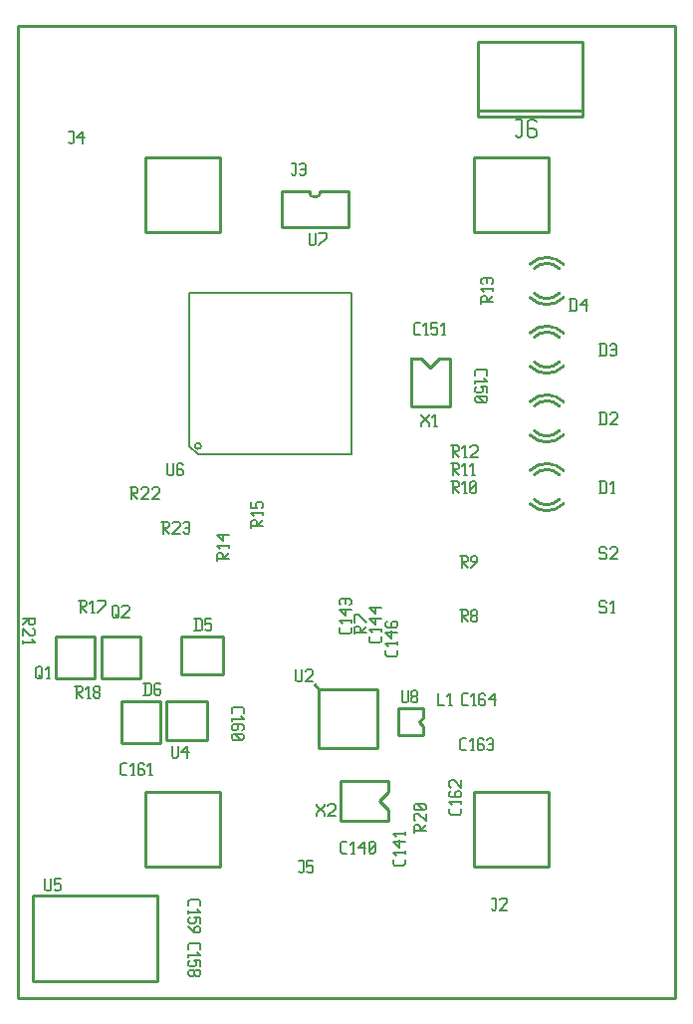
<source format=gbr>
G04 start of page 7 for group -4079 idx -4079 *
G04 Title: (unknown), topsilk *
G04 Creator: pcb 20110918 *
G04 CreationDate: Sun 02 Feb 2014 07:13:27 PM GMT UTC *
G04 For: doho *
G04 Format: Gerber/RS-274X *
G04 PCB-Dimensions: 600000 450000 *
G04 PCB-Coordinate-Origin: lower left *
%MOIN*%
%FSLAX25Y25*%
%LNTOPSILK*%
%ADD118C,0.0060*%
%ADD117C,0.0080*%
%ADD116C,0.0100*%
G54D116*X500Y124000D02*X220500D01*
X500D02*Y449500D01*
X220500D01*
Y124000D01*
X153000Y405500D02*X178000D01*
Y380500D01*
X153000D01*
Y405500D01*
X154500Y419000D02*X189500D01*
X154500Y444000D02*Y419000D01*
Y421000D02*X189500D01*
Y444000D02*Y419000D01*
X154500Y444000D02*X189500D01*
X181672Y368172D02*G75*G03X173328Y368172I-4172J-4172D01*G01*
X173328Y359828D02*G75*G03X181672Y359828I4172J4172D01*G01*
X183086Y369586D02*G75*G03X171914Y369586I-5586J-5586D01*G01*
X171914Y358414D02*G75*G03X183086Y358414I5586J5586D01*G01*
X43000Y405500D02*X68000D01*
Y380500D01*
X43000D01*
Y405500D01*
X88800Y382100D02*Y393900D01*
X111100Y382100D02*X88800D01*
X111100Y393900D02*Y382100D01*
X101800Y393900D02*X111100D01*
X88800D02*X98000D01*
G75*G03X101800Y393900I1900J0D01*G01*
G54D117*X60741Y305841D02*X57841Y308741D01*
X60741Y305841D02*X112159D01*
Y360159D02*Y305841D01*
X57841Y360159D02*X112159D01*
X57841D02*Y308741D01*
X60741Y307741D02*G75*G03X60741Y307741I0J1000D01*G01*
G54D116*X101142Y227358D02*X99642Y228858D01*
X101142Y207642D02*X120858D01*
X101142Y227358D02*Y207642D01*
Y227358D02*X120858D01*
Y207642D01*
X136268Y221142D03*
Y218075D01*
X134693Y216500D02*X136268Y218075D01*
Y214925D02*X134693Y216500D01*
X136268Y214925D02*Y211858D01*
X127732D02*X136268D01*
X127732Y221142D02*Y211858D01*
Y221142D02*X136268D01*
X5600Y158300D02*Y129800D01*
Y158300D02*X47000D01*
Y129800D01*
X5600D02*X47000D01*
X43000Y193000D02*X68000D01*
Y168000D01*
X43000D01*
Y193000D01*
X50000Y210500D02*X63900D01*
Y223300D02*Y210500D01*
X50000Y223300D02*X63900D01*
X50000D02*Y210500D01*
X28600Y245000D02*Y231100D01*
X41400D01*
Y245000D02*Y231100D01*
X28600Y245000D02*X41400D01*
X26100D02*Y231100D01*
X13300Y245000D02*X26100D01*
X13300D02*Y231100D01*
X26100D01*
X48000Y223400D02*Y209500D01*
X35200Y223400D02*X48000D01*
X35200D02*Y209500D01*
X48000D01*
X55100Y245000D02*X69000D01*
X55100D02*Y232200D01*
X69000D01*
Y245000D02*Y232200D01*
X131988Y338087D03*
X135500D01*
X138500Y335087D02*X135500Y338087D01*
X141500D02*X138500Y335087D01*
X141500Y338087D02*X145012D01*
Y321913D01*
X131988D02*X145012D01*
X131988Y338087D02*Y321913D01*
X181672Y345172D02*G75*G03X173328Y345172I-4172J-4172D01*G01*
X173328Y336828D02*G75*G03X181672Y336828I4172J4172D01*G01*
X183086Y346586D02*G75*G03X171914Y346586I-5586J-5586D01*G01*
X171914Y335414D02*G75*G03X183086Y335414I5586J5586D01*G01*
X181672Y322172D02*G75*G03X173328Y322172I-4172J-4172D01*G01*
X173328Y313828D02*G75*G03X181672Y313828I4172J4172D01*G01*
X183086Y323586D02*G75*G03X171914Y323586I-5586J-5586D01*G01*
X171914Y312414D02*G75*G03X183086Y312414I5586J5586D01*G01*
X181672Y299172D02*G75*G03X173328Y299172I-4172J-4172D01*G01*
X173328Y290828D02*G75*G03X181672Y290828I4172J4172D01*G01*
X183086Y300586D02*G75*G03X171914Y300586I-5586J-5586D01*G01*
X171914Y289414D02*G75*G03X183086Y289414I5586J5586D01*G01*
X153000Y193000D02*X178000D01*
Y168000D01*
X153000D01*
Y193000D01*
X124587Y196512D03*
Y193000D01*
X121587Y190000D02*X124587Y193000D01*
Y187000D02*X121587Y190000D01*
X124587Y187000D02*Y183488D01*
X108413D02*X124587D01*
X108413Y196512D02*Y183488D01*
Y196512D02*X124587D01*
G54D118*X32000Y255000D02*Y252000D01*
Y255000D02*X32500Y255500D01*
X33500D01*
X34000Y255000D01*
Y252000D01*
X33500Y251500D02*X34000Y252000D01*
X32500Y251500D02*X33500D01*
X32000Y252000D02*X32500Y251500D01*
X33000Y252500D02*X34000Y251500D01*
X35200Y255000D02*X35700Y255500D01*
X37200D01*
X37700Y255000D01*
Y254000D01*
X35200Y251500D02*X37700Y254000D01*
X35200Y251500D02*X37700D01*
X38000Y295000D02*X40000D01*
X40500Y294500D01*
Y293500D01*
X40000Y293000D02*X40500Y293500D01*
X38500Y293000D02*X40000D01*
X38500Y295000D02*Y291000D01*
Y293000D02*X40500Y291000D01*
X41700Y294500D02*X42200Y295000D01*
X43700D01*
X44200Y294500D01*
Y293500D01*
X41700Y291000D02*X44200Y293500D01*
X41700Y291000D02*X44200D01*
X45400Y294500D02*X45900Y295000D01*
X47400D01*
X47900Y294500D01*
Y293500D01*
X45400Y291000D02*X47900Y293500D01*
X45400Y291000D02*X47900D01*
X20850Y257150D02*X22850D01*
X23350Y256650D01*
Y255650D01*
X22850Y255150D02*X23350Y255650D01*
X21350Y255150D02*X22850D01*
X21350Y257150D02*Y253150D01*
Y255150D02*X23350Y253150D01*
X25050D02*X26050D01*
X25550Y257150D02*Y253150D01*
X24550Y256150D02*X25550Y257150D01*
X27250Y253150D02*X29750Y255650D01*
Y257150D02*Y255650D01*
X27250Y257150D02*X29750D01*
X50500Y303000D02*Y299500D01*
X51000Y299000D01*
X52000D01*
X52500Y299500D01*
Y303000D02*Y299500D01*
X55200Y303000D02*X55700Y302500D01*
X54200Y303000D02*X55200D01*
X53700Y302500D02*X54200Y303000D01*
X53700Y302500D02*Y299500D01*
X54200Y299000D01*
X55200Y301000D02*X55700Y300500D01*
X53700Y301000D02*X55200D01*
X54200Y299000D02*X55200D01*
X55700Y299500D01*
Y300500D02*Y299500D01*
X48500Y283500D02*X50500D01*
X51000Y283000D01*
Y282000D01*
X50500Y281500D02*X51000Y282000D01*
X49000Y281500D02*X50500D01*
X49000Y283500D02*Y279500D01*
Y281500D02*X51000Y279500D01*
X52200Y283000D02*X52700Y283500D01*
X54200D01*
X54700Y283000D01*
Y282000D01*
X52200Y279500D02*X54700Y282000D01*
X52200Y279500D02*X54700D01*
X55900Y283000D02*X56400Y283500D01*
X57400D01*
X57900Y283000D01*
Y280000D01*
X57400Y279500D02*X57900Y280000D01*
X56400Y279500D02*X57400D01*
X55900Y280000D02*X56400Y279500D01*
Y281500D02*X57900D01*
X57500Y142000D02*Y140500D01*
X58000Y142500D02*X57500Y142000D01*
X58000Y142500D02*X61000D01*
X61500Y142000D01*
Y140500D01*
X57500Y138800D02*Y137800D01*
Y138300D02*X61500D01*
X60500Y139300D02*X61500Y138300D01*
Y136600D02*Y134600D01*
X59500Y136600D02*X61500D01*
X59500D02*X60000Y136100D01*
Y135100D01*
X59500Y134600D01*
X58000D02*X59500D01*
X57500Y135100D02*X58000Y134600D01*
X57500Y136100D02*Y135100D01*
X58000Y136600D02*X57500Y136100D01*
X58000Y133400D02*X57500Y132900D01*
X58000Y133400D02*X59000D01*
X59500Y132900D01*
Y131900D01*
X59000Y131400D01*
X58000D02*X59000D01*
X57500Y131900D02*X58000Y131400D01*
X57500Y132900D02*Y131900D01*
X60000Y133400D02*X59500Y132900D01*
X60000Y133400D02*X61000D01*
X61500Y132900D01*
Y131900D01*
X61000Y131400D01*
X60000D02*X61000D01*
X59500Y131900D02*X60000Y131400D01*
X57500Y156500D02*Y155000D01*
X58000Y157000D02*X57500Y156500D01*
X58000Y157000D02*X61000D01*
X61500Y156500D01*
Y155000D01*
X57500Y153300D02*Y152300D01*
Y152800D02*X61500D01*
X60500Y153800D02*X61500Y152800D01*
Y151100D02*Y149100D01*
X59500Y151100D02*X61500D01*
X59500D02*X60000Y150600D01*
Y149600D01*
X59500Y149100D01*
X58000D02*X59500D01*
X57500Y149600D02*X58000Y149100D01*
X57500Y150600D02*Y149600D01*
X58000Y151100D02*X57500Y150600D01*
Y147900D02*X59500Y145900D01*
X61000D01*
X61500Y146400D02*X61000Y145900D01*
X61500Y147400D02*Y146400D01*
X61000Y147900D02*X61500Y147400D01*
X60000Y147900D02*X61000D01*
X60000D02*X59500Y147400D01*
Y145900D01*
X52000Y208500D02*Y205000D01*
X52500Y204500D01*
X53500D01*
X54000Y205000D01*
Y208500D02*Y205000D01*
X55200Y206500D02*X57200Y208500D01*
X55200Y206500D02*X57700D01*
X57200Y208500D02*Y204500D01*
X35350Y198650D02*X36850D01*
X34850Y199150D02*X35350Y198650D01*
X34850Y202150D02*Y199150D01*
Y202150D02*X35350Y202650D01*
X36850D01*
X38550Y198650D02*X39550D01*
X39050Y202650D02*Y198650D01*
X38050Y201650D02*X39050Y202650D01*
X42250D02*X42750Y202150D01*
X41250Y202650D02*X42250D01*
X40750Y202150D02*X41250Y202650D01*
X40750Y202150D02*Y199150D01*
X41250Y198650D01*
X42250Y200650D02*X42750Y200150D01*
X40750Y200650D02*X42250D01*
X41250Y198650D02*X42250D01*
X42750Y199150D01*
Y200150D02*Y199150D01*
X44450Y198650D02*X45450D01*
X44950Y202650D02*Y198650D01*
X43950Y201650D02*X44950Y202650D01*
X43000Y229500D02*Y225500D01*
X44500Y229500D02*X45000Y229000D01*
Y226000D01*
X44500Y225500D02*X45000Y226000D01*
X42500Y225500D02*X44500D01*
X42500Y229500D02*X44500D01*
X47700D02*X48200Y229000D01*
X46700Y229500D02*X47700D01*
X46200Y229000D02*X46700Y229500D01*
X46200Y229000D02*Y226000D01*
X46700Y225500D01*
X47700Y227500D02*X48200Y227000D01*
X46200Y227500D02*X47700D01*
X46700Y225500D02*X47700D01*
X48200Y226000D01*
Y227000D02*Y226000D01*
X9500Y164000D02*Y160500D01*
X10000Y160000D01*
X11000D01*
X11500Y160500D01*
Y164000D02*Y160500D01*
X12700Y164000D02*X14700D01*
X12700D02*Y162000D01*
X13200Y162500D01*
X14200D01*
X14700Y162000D01*
Y160500D01*
X14200Y160000D02*X14700Y160500D01*
X13200Y160000D02*X14200D01*
X12700Y160500D02*X13200Y160000D01*
X72000Y221000D02*Y219500D01*
X72500Y221500D02*X72000Y221000D01*
X72500Y221500D02*X75500D01*
X76000Y221000D01*
Y219500D01*
X72000Y217800D02*Y216800D01*
Y217300D02*X76000D01*
X75000Y218300D02*X76000Y217300D01*
Y214100D02*X75500Y213600D01*
X76000Y215100D02*Y214100D01*
X75500Y215600D02*X76000Y215100D01*
X72500Y215600D02*X75500D01*
X72500D02*X72000Y215100D01*
X74000Y214100D02*X73500Y213600D01*
X74000Y215600D02*Y214100D01*
X72000Y215100D02*Y214100D01*
X72500Y213600D01*
X73500D01*
X72500Y212400D02*X72000Y211900D01*
X72500Y212400D02*X75500D01*
X76000Y211900D01*
Y210900D01*
X75500Y210400D01*
X72500D02*X75500D01*
X72000Y210900D02*X72500Y210400D01*
X72000Y211900D02*Y210900D01*
X73000Y212400D02*X75000Y210400D01*
X67000Y272500D02*Y270500D01*
Y272500D02*X67500Y273000D01*
X68500D01*
X69000Y272500D02*X68500Y273000D01*
X69000Y272500D02*Y271000D01*
X67000D02*X71000D01*
X69000D02*X71000Y273000D01*
Y275700D02*Y274700D01*
X67000Y275200D02*X71000D01*
X68000Y274200D02*X67000Y275200D01*
X69000Y276900D02*X67000Y278900D01*
X69000Y279400D02*Y276900D01*
X67000Y278900D02*X71000D01*
X60000Y251000D02*Y247000D01*
X61500Y251000D02*X62000Y250500D01*
Y247500D01*
X61500Y247000D02*X62000Y247500D01*
X59500Y247000D02*X61500D01*
X59500Y251000D02*X61500D01*
X63200D02*X65200D01*
X63200D02*Y249000D01*
X63700Y249500D01*
X64700D01*
X65200Y249000D01*
Y247500D01*
X64700Y247000D02*X65200Y247500D01*
X63700Y247000D02*X64700D01*
X63200Y247500D02*X63700Y247000D01*
X19500Y228500D02*X21500D01*
X22000Y228000D01*
Y227000D01*
X21500Y226500D02*X22000Y227000D01*
X20000Y226500D02*X21500D01*
X20000Y228500D02*Y224500D01*
Y226500D02*X22000Y224500D01*
X23700D02*X24700D01*
X24200Y228500D02*Y224500D01*
X23200Y227500D02*X24200Y228500D01*
X25900Y225000D02*X26400Y224500D01*
X25900Y226000D02*Y225000D01*
Y226000D02*X26400Y226500D01*
X27400D01*
X27900Y226000D01*
Y225000D01*
X27400Y224500D02*X27900Y225000D01*
X26400Y224500D02*X27400D01*
X25900Y227000D02*X26400Y226500D01*
X25900Y228000D02*Y227000D01*
Y228000D02*X26400Y228500D01*
X27400D01*
X27900Y228000D01*
Y227000D01*
X27400Y226500D02*X27900Y227000D01*
X6500Y234500D02*Y231500D01*
Y234500D02*X7000Y235000D01*
X8000D01*
X8500Y234500D01*
Y231500D01*
X8000Y231000D02*X8500Y231500D01*
X7000Y231000D02*X8000D01*
X6500Y231500D02*X7000Y231000D01*
X7500Y232000D02*X8500Y231000D01*
X10200D02*X11200D01*
X10700Y235000D02*Y231000D01*
X9700Y234000D02*X10700Y235000D01*
X6000Y251500D02*Y249500D01*
X5500Y249000D01*
X4500D02*X5500D01*
X4000Y249500D02*X4500Y249000D01*
X4000Y251000D02*Y249500D01*
X2000Y251000D02*X6000D01*
X4000D02*X2000Y249000D01*
X5500Y247800D02*X6000Y247300D01*
Y245800D01*
X5500Y245300D01*
X4500D02*X5500D01*
X2000Y247800D02*X4500Y245300D01*
X2000Y247800D02*Y245300D01*
Y243600D02*Y242600D01*
Y243100D02*X6000D01*
X5000Y244100D02*X6000Y243100D01*
X17500Y414000D02*X19000D01*
Y410500D01*
X18500Y410000D02*X19000Y410500D01*
X18000Y410000D02*X18500D01*
X17500Y410500D02*X18000Y410000D01*
X20200Y412000D02*X22200Y414000D01*
X20200Y412000D02*X22700D01*
X22200Y414000D02*Y410000D01*
X109000Y172500D02*X110500D01*
X108500Y173000D02*X109000Y172500D01*
X108500Y176000D02*Y173000D01*
Y176000D02*X109000Y176500D01*
X110500D01*
X112200Y172500D02*X113200D01*
X112700Y176500D02*Y172500D01*
X111700Y175500D02*X112700Y176500D01*
X114400Y174500D02*X116400Y176500D01*
X114400Y174500D02*X116900D01*
X116400Y176500D02*Y172500D01*
X118100Y173000D02*X118600Y172500D01*
X118100Y176000D02*Y173000D01*
Y176000D02*X118600Y176500D01*
X119600D01*
X120100Y176000D01*
Y173000D01*
X119600Y172500D02*X120100Y173000D01*
X118600Y172500D02*X119600D01*
X118100Y173500D02*X120100Y175500D01*
X94500Y170000D02*X96000D01*
Y166500D01*
X95500Y166000D02*X96000Y166500D01*
X95000Y166000D02*X95500D01*
X94500Y166500D02*X95000Y166000D01*
X97200Y170000D02*X99200D01*
X97200D02*Y168000D01*
X97700Y168500D01*
X98700D01*
X99200Y168000D01*
Y166500D01*
X98700Y166000D02*X99200Y166500D01*
X97700Y166000D02*X98700D01*
X97200Y166500D02*X97700Y166000D01*
X148850Y187350D02*Y185850D01*
X148350Y185350D02*X148850Y185850D01*
X145350Y185350D02*X148350D01*
X145350D02*X144850Y185850D01*
Y187350D02*Y185850D01*
X148850Y190050D02*Y189050D01*
X144850Y189550D02*X148850D01*
X145850Y188550D02*X144850Y189550D01*
Y192750D02*X145350Y193250D01*
X144850Y192750D02*Y191750D01*
X145350Y191250D02*X144850Y191750D01*
X145350Y191250D02*X148350D01*
X148850Y191750D01*
X146850Y192750D02*X147350Y193250D01*
X146850Y192750D02*Y191250D01*
X148850Y192750D02*Y191750D01*
Y192750D02*X148350Y193250D01*
X147350D02*X148350D01*
X145350Y194450D02*X144850Y194950D01*
Y196450D02*Y194950D01*
Y196450D02*X145350Y196950D01*
X146350D01*
X148850Y194450D02*X146350Y196950D01*
X148850D02*Y194450D01*
X159000Y157500D02*X160500D01*
Y154000D01*
X160000Y153500D02*X160500Y154000D01*
X159500Y153500D02*X160000D01*
X159000Y154000D02*X159500Y153500D01*
X161700Y157000D02*X162200Y157500D01*
X163700D01*
X164200Y157000D01*
Y156000D01*
X161700Y153500D02*X164200Y156000D01*
X161700Y153500D02*X164200D01*
X133000Y181500D02*Y179500D01*
Y181500D02*X133500Y182000D01*
X134500D01*
X135000Y181500D02*X134500Y182000D01*
X135000Y181500D02*Y180000D01*
X133000D02*X137000D01*
X135000D02*X137000Y182000D01*
X133500Y183200D02*X133000Y183700D01*
Y185200D02*Y183700D01*
Y185200D02*X133500Y185700D01*
X134500D01*
X137000Y183200D02*X134500Y185700D01*
X137000D02*Y183200D01*
X136500Y186900D02*X137000Y187400D01*
X133500Y186900D02*X136500D01*
X133500D02*X133000Y187400D01*
Y188400D02*Y187400D01*
Y188400D02*X133500Y188900D01*
X136500D01*
X137000Y188400D02*X136500Y188900D01*
X137000Y188400D02*Y187400D01*
X136000Y186900D02*X134000Y188900D01*
X100500Y189000D02*Y188500D01*
X103000Y186000D01*
Y185000D01*
X100500Y186000D02*Y185000D01*
Y186000D02*X103000Y188500D01*
Y189000D02*Y188500D01*
X104200D02*X104700Y189000D01*
X106200D01*
X106700Y188500D01*
Y187500D01*
X104200Y185000D02*X106700Y187500D01*
X104200Y185000D02*X106700D01*
X130000Y170500D02*Y169000D01*
X129500Y168500D02*X130000Y169000D01*
X126500Y168500D02*X129500D01*
X126500D02*X126000Y169000D01*
Y170500D02*Y169000D01*
X130000Y173200D02*Y172200D01*
X126000Y172700D02*X130000D01*
X127000Y171700D02*X126000Y172700D01*
X128000Y174400D02*X126000Y176400D01*
X128000Y176900D02*Y174400D01*
X126000Y176400D02*X130000D01*
Y179600D02*Y178600D01*
X126000Y179100D02*X130000D01*
X127000Y178100D02*X126000Y179100D01*
X195500Y343000D02*Y339000D01*
X197000Y343000D02*X197500Y342500D01*
Y339500D01*
X197000Y339000D02*X197500Y339500D01*
X195000Y339000D02*X197000D01*
X195000Y343000D02*X197000D01*
X198700Y342500D02*X199200Y343000D01*
X200200D01*
X200700Y342500D01*
Y339500D01*
X200200Y339000D02*X200700Y339500D01*
X199200Y339000D02*X200200D01*
X198700Y339500D02*X199200Y339000D01*
Y341000D02*X200700D01*
X185500Y358000D02*Y354000D01*
X187000Y358000D02*X187500Y357500D01*
Y354500D01*
X187000Y354000D02*X187500Y354500D01*
X185000Y354000D02*X187000D01*
X185000Y358000D02*X187000D01*
X188700Y356000D02*X190700Y358000D01*
X188700Y356000D02*X191200D01*
X190700Y358000D02*Y354000D01*
X195500Y320000D02*Y316000D01*
X197000Y320000D02*X197500Y319500D01*
Y316500D01*
X197000Y316000D02*X197500Y316500D01*
X195000Y316000D02*X197000D01*
X195000Y320000D02*X197000D01*
X198700Y319500D02*X199200Y320000D01*
X200700D01*
X201200Y319500D01*
Y318500D01*
X198700Y316000D02*X201200Y318500D01*
X198700Y316000D02*X201200D01*
X195500Y297000D02*Y293000D01*
X197000Y297000D02*X197500Y296500D01*
Y293500D01*
X197000Y293000D02*X197500Y293500D01*
X195000Y293000D02*X197000D01*
X195000Y297000D02*X197000D01*
X199200Y293000D02*X200200D01*
X199700Y297000D02*Y293000D01*
X198700Y296000D02*X199700Y297000D01*
X145500D02*X147500D01*
X148000Y296500D01*
Y295500D01*
X147500Y295000D02*X148000Y295500D01*
X146000Y295000D02*X147500D01*
X146000Y297000D02*Y293000D01*
Y295000D02*X148000Y293000D01*
X149700D02*X150700D01*
X150200Y297000D02*Y293000D01*
X149200Y296000D02*X150200Y297000D01*
X151900Y293500D02*X152400Y293000D01*
X151900Y296500D02*Y293500D01*
Y296500D02*X152400Y297000D01*
X153400D01*
X153900Y296500D01*
Y293500D01*
X153400Y293000D02*X153900Y293500D01*
X152400Y293000D02*X153400D01*
X151900Y294000D02*X153900Y296000D01*
X145500Y309000D02*X147500D01*
X148000Y308500D01*
Y307500D01*
X147500Y307000D02*X148000Y307500D01*
X146000Y307000D02*X147500D01*
X146000Y309000D02*Y305000D01*
Y307000D02*X148000Y305000D01*
X149700D02*X150700D01*
X150200Y309000D02*Y305000D01*
X149200Y308000D02*X150200Y309000D01*
X151900Y308500D02*X152400Y309000D01*
X153900D01*
X154400Y308500D01*
Y307500D01*
X151900Y305000D02*X154400Y307500D01*
X151900Y305000D02*X154400D01*
X197000Y275000D02*X197500Y274500D01*
X195500Y275000D02*X197000D01*
X195000Y274500D02*X195500Y275000D01*
X195000Y274500D02*Y273500D01*
X195500Y273000D01*
X197000D01*
X197500Y272500D01*
Y271500D01*
X197000Y271000D02*X197500Y271500D01*
X195500Y271000D02*X197000D01*
X195000Y271500D02*X195500Y271000D01*
X198700Y274500D02*X199200Y275000D01*
X200700D01*
X201200Y274500D01*
Y273500D01*
X198700Y271000D02*X201200Y273500D01*
X198700Y271000D02*X201200D01*
X197000Y257000D02*X197500Y256500D01*
X195500Y257000D02*X197000D01*
X195000Y256500D02*X195500Y257000D01*
X195000Y256500D02*Y255500D01*
X195500Y255000D01*
X197000D01*
X197500Y254500D01*
Y253500D01*
X197000Y253000D02*X197500Y253500D01*
X195500Y253000D02*X197000D01*
X195000Y253500D02*X195500Y253000D01*
X199200D02*X200200D01*
X199700Y257000D02*Y253000D01*
X198700Y256000D02*X199700Y257000D01*
X167000Y418000D02*X169250D01*
Y412750D01*
X168500Y412000D02*X169250Y412750D01*
X167750Y412000D02*X168500D01*
X167000Y412750D02*X167750Y412000D01*
X173300Y418000D02*X174050Y417250D01*
X171800Y418000D02*X173300D01*
X171050Y417250D02*X171800Y418000D01*
X171050Y417250D02*Y412750D01*
X171800Y412000D01*
X173300Y415000D02*X174050Y414250D01*
X171050Y415000D02*X173300D01*
X171800Y412000D02*X173300D01*
X174050Y412750D01*
Y414250D02*Y412750D01*
X135500Y319500D02*Y319000D01*
X138000Y316500D01*
Y315500D01*
X135500Y316500D02*Y315500D01*
Y316500D02*X138000Y319000D01*
Y319500D02*Y319000D01*
X139700Y315500D02*X140700D01*
X140200Y319500D02*Y315500D01*
X139200Y318500D02*X140200Y319500D01*
X133500Y346000D02*X135000D01*
X133000Y346500D02*X133500Y346000D01*
X133000Y349500D02*Y346500D01*
Y349500D02*X133500Y350000D01*
X135000D01*
X136700Y346000D02*X137700D01*
X137200Y350000D02*Y346000D01*
X136200Y349000D02*X137200Y350000D01*
X138900D02*X140900D01*
X138900D02*Y348000D01*
X139400Y348500D01*
X140400D01*
X140900Y348000D01*
Y346500D01*
X140400Y346000D02*X140900Y346500D01*
X139400Y346000D02*X140400D01*
X138900Y346500D02*X139400Y346000D01*
X142600D02*X143600D01*
X143100Y350000D02*Y346000D01*
X142100Y349000D02*X143100Y350000D01*
X153500Y334000D02*Y332500D01*
X154000Y334500D02*X153500Y334000D01*
X154000Y334500D02*X157000D01*
X157500Y334000D01*
Y332500D01*
X153500Y330800D02*Y329800D01*
Y330300D02*X157500D01*
X156500Y331300D02*X157500Y330300D01*
Y328600D02*Y326600D01*
X155500Y328600D02*X157500D01*
X155500D02*X156000Y328100D01*
Y327100D01*
X155500Y326600D01*
X154000D02*X155500D01*
X153500Y327100D02*X154000Y326600D01*
X153500Y328100D02*Y327100D01*
X154000Y328600D02*X153500Y328100D01*
X154000Y325400D02*X153500Y324900D01*
X154000Y325400D02*X157000D01*
X157500Y324900D01*
Y323900D01*
X157000Y323400D01*
X154000D02*X157000D01*
X153500Y323900D02*X154000Y323400D01*
X153500Y324900D02*Y323900D01*
X154500Y325400D02*X156500Y323400D01*
X155500Y358500D02*Y356500D01*
Y358500D02*X156000Y359000D01*
X157000D01*
X157500Y358500D02*X157000Y359000D01*
X157500Y358500D02*Y357000D01*
X155500D02*X159500D01*
X157500D02*X159500Y359000D01*
Y361700D02*Y360700D01*
X155500Y361200D02*X159500D01*
X156500Y360200D02*X155500Y361200D01*
X156000Y362900D02*X155500Y363400D01*
Y364400D02*Y363400D01*
Y364400D02*X156000Y364900D01*
X159000D01*
X159500Y364400D02*X159000Y364900D01*
X159500Y364400D02*Y363400D01*
X159000Y362900D02*X159500Y363400D01*
X157500Y364900D02*Y363400D01*
X98000Y380000D02*Y376500D01*
X98500Y376000D01*
X99500D01*
X100000Y376500D01*
Y380000D02*Y376500D01*
X101200Y376000D02*X103700Y378500D01*
Y380000D02*Y378500D01*
X101200Y380000D02*X103700D01*
X92000Y403500D02*X93500D01*
Y400000D01*
X93000Y399500D02*X93500Y400000D01*
X92500Y399500D02*X93000D01*
X92000Y400000D02*X92500Y399500D01*
X94700Y403000D02*X95200Y403500D01*
X96200D01*
X96700Y403000D01*
Y400000D01*
X96200Y399500D02*X96700Y400000D01*
X95200Y399500D02*X96200D01*
X94700Y400000D02*X95200Y399500D01*
Y401500D02*X96700D01*
X122000Y245000D02*Y243500D01*
X121500Y243000D02*X122000Y243500D01*
X118500Y243000D02*X121500D01*
X118500D02*X118000Y243500D01*
Y245000D02*Y243500D01*
X122000Y247700D02*Y246700D01*
X118000Y247200D02*X122000D01*
X119000Y246200D02*X118000Y247200D01*
X120000Y248900D02*X118000Y250900D01*
X120000Y251400D02*Y248900D01*
X118000Y250900D02*X122000D01*
X120000Y252600D02*X118000Y254600D01*
X120000Y255100D02*Y252600D01*
X118000Y254600D02*X122000D01*
X93500Y234000D02*Y230500D01*
X94000Y230000D01*
X95000D01*
X95500Y230500D01*
Y234000D02*Y230500D01*
X96700Y233500D02*X97200Y234000D01*
X98700D01*
X99200Y233500D01*
Y232500D01*
X96700Y230000D02*X99200Y232500D01*
X96700Y230000D02*X99200D01*
X127500Y240500D02*Y239000D01*
X127000Y238500D02*X127500Y239000D01*
X124000Y238500D02*X127000D01*
X124000D02*X123500Y239000D01*
Y240500D02*Y239000D01*
X127500Y243200D02*Y242200D01*
X123500Y242700D02*X127500D01*
X124500Y241700D02*X123500Y242700D01*
X125500Y244400D02*X123500Y246400D01*
X125500Y246900D02*Y244400D01*
X123500Y246400D02*X127500D01*
X123500Y249600D02*X124000Y250100D01*
X123500Y249600D02*Y248600D01*
X124000Y248100D02*X123500Y248600D01*
X124000Y248100D02*X127000D01*
X127500Y248600D01*
X125500Y249600D02*X126000Y250100D01*
X125500Y249600D02*Y248100D01*
X127500Y249600D02*Y248600D01*
Y249600D02*X127000Y250100D01*
X126000D02*X127000D01*
X113000Y248000D02*Y246000D01*
Y248000D02*X113500Y248500D01*
X114500D01*
X115000Y248000D02*X114500Y248500D01*
X115000Y248000D02*Y246500D01*
X113000D02*X117000D01*
X115000D02*X117000Y248500D01*
Y249700D02*X114500Y252200D01*
X113000D02*X114500D01*
X113000D02*Y249700D01*
X112000Y248000D02*Y246500D01*
X111500Y246000D02*X112000Y246500D01*
X108500Y246000D02*X111500D01*
X108500D02*X108000Y246500D01*
Y248000D02*Y246500D01*
X112000Y250700D02*Y249700D01*
X108000Y250200D02*X112000D01*
X109000Y249200D02*X108000Y250200D01*
X110000Y251900D02*X108000Y253900D01*
X110000Y254400D02*Y251900D01*
X108000Y253900D02*X112000D01*
X108500Y255600D02*X108000Y256100D01*
Y257100D02*Y256100D01*
Y257100D02*X108500Y257600D01*
X111500D01*
X112000Y257100D02*X111500Y257600D01*
X112000Y257100D02*Y256100D01*
X111500Y255600D02*X112000Y256100D01*
X110000Y257600D02*Y256100D01*
X78500Y283500D02*Y281500D01*
Y283500D02*X79000Y284000D01*
X80000D01*
X80500Y283500D02*X80000Y284000D01*
X80500Y283500D02*Y282000D01*
X78500D02*X82500D01*
X80500D02*X82500Y284000D01*
Y286700D02*Y285700D01*
X78500Y286200D02*X82500D01*
X79500Y285200D02*X78500Y286200D01*
Y289900D02*Y287900D01*
X80500D01*
X80000Y288400D01*
Y289400D02*Y288400D01*
Y289400D02*X80500Y289900D01*
X82000D01*
X82500Y289400D02*X82000Y289900D01*
X82500Y289400D02*Y288400D01*
X82000Y287900D02*X82500Y288400D01*
X145500Y303000D02*X147500D01*
X148000Y302500D01*
Y301500D01*
X147500Y301000D02*X148000Y301500D01*
X146000Y301000D02*X147500D01*
X146000Y303000D02*Y299000D01*
Y301000D02*X148000Y299000D01*
X149700D02*X150700D01*
X150200Y303000D02*Y299000D01*
X149200Y302000D02*X150200Y303000D01*
X152400Y299000D02*X153400D01*
X152900Y303000D02*Y299000D01*
X151900Y302000D02*X152900Y303000D01*
X148500Y272000D02*X150500D01*
X151000Y271500D01*
Y270500D01*
X150500Y270000D02*X151000Y270500D01*
X149000Y270000D02*X150500D01*
X149000Y272000D02*Y268000D01*
Y270000D02*X151000Y268000D01*
X152200D02*X154200Y270000D01*
Y271500D02*Y270000D01*
X153700Y272000D02*X154200Y271500D01*
X152700Y272000D02*X153700D01*
X152200Y271500D02*X152700Y272000D01*
X152200Y271500D02*Y270500D01*
X152700Y270000D01*
X154200D01*
X148500Y254000D02*X150500D01*
X151000Y253500D01*
Y252500D01*
X150500Y252000D02*X151000Y252500D01*
X149000Y252000D02*X150500D01*
X149000Y254000D02*Y250000D01*
Y252000D02*X151000Y250000D01*
X152200Y250500D02*X152700Y250000D01*
X152200Y251500D02*Y250500D01*
Y251500D02*X152700Y252000D01*
X153700D01*
X154200Y251500D01*
Y250500D01*
X153700Y250000D02*X154200Y250500D01*
X152700Y250000D02*X153700D01*
X152200Y252500D02*X152700Y252000D01*
X152200Y253500D02*Y252500D01*
Y253500D02*X152700Y254000D01*
X153700D01*
X154200Y253500D01*
Y252500D01*
X153700Y252000D02*X154200Y252500D01*
X141000Y226000D02*Y222000D01*
X143000D01*
X144700D02*X145700D01*
X145200Y226000D02*Y222000D01*
X144200Y225000D02*X145200Y226000D01*
X149000Y207000D02*X150500D01*
X148500Y207500D02*X149000Y207000D01*
X148500Y210500D02*Y207500D01*
Y210500D02*X149000Y211000D01*
X150500D01*
X152200Y207000D02*X153200D01*
X152700Y211000D02*Y207000D01*
X151700Y210000D02*X152700Y211000D01*
X155900D02*X156400Y210500D01*
X154900Y211000D02*X155900D01*
X154400Y210500D02*X154900Y211000D01*
X154400Y210500D02*Y207500D01*
X154900Y207000D01*
X155900Y209000D02*X156400Y208500D01*
X154400Y209000D02*X155900D01*
X154900Y207000D02*X155900D01*
X156400Y207500D01*
Y208500D02*Y207500D01*
X157600Y210500D02*X158100Y211000D01*
X159100D01*
X159600Y210500D01*
Y207500D01*
X159100Y207000D02*X159600Y207500D01*
X158100Y207000D02*X159100D01*
X157600Y207500D02*X158100Y207000D01*
Y209000D02*X159600D01*
X129000Y227000D02*Y223500D01*
X129500Y223000D01*
X130500D01*
X131000Y223500D01*
Y227000D02*Y223500D01*
X132200D02*X132700Y223000D01*
X132200Y224500D02*Y223500D01*
Y224500D02*X132700Y225000D01*
X133700D01*
X134200Y224500D01*
Y223500D01*
X133700Y223000D02*X134200Y223500D01*
X132700Y223000D02*X133700D01*
X132200Y225500D02*X132700Y225000D01*
X132200Y226500D02*Y225500D01*
Y226500D02*X132700Y227000D01*
X133700D01*
X134200Y226500D01*
Y225500D01*
X133700Y225000D02*X134200Y225500D01*
X149500Y222000D02*X151000D01*
X149000Y222500D02*X149500Y222000D01*
X149000Y225500D02*Y222500D01*
Y225500D02*X149500Y226000D01*
X151000D01*
X152700Y222000D02*X153700D01*
X153200Y226000D02*Y222000D01*
X152200Y225000D02*X153200Y226000D01*
X156400D02*X156900Y225500D01*
X155400Y226000D02*X156400D01*
X154900Y225500D02*X155400Y226000D01*
X154900Y225500D02*Y222500D01*
X155400Y222000D01*
X156400Y224000D02*X156900Y223500D01*
X154900Y224000D02*X156400D01*
X155400Y222000D02*X156400D01*
X156900Y222500D01*
Y223500D02*Y222500D01*
X158100Y224000D02*X160100Y226000D01*
X158100Y224000D02*X160600D01*
X160100Y226000D02*Y222000D01*
M02*

</source>
